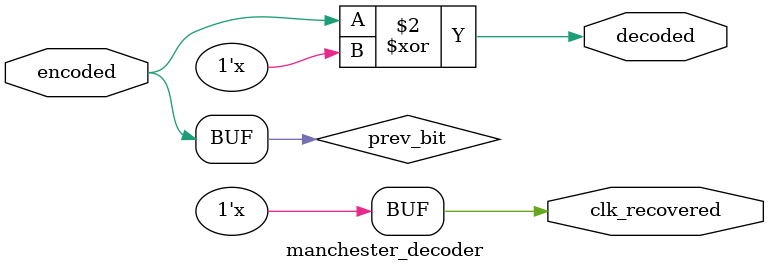
<source format=sv>
module manchester_decoder (
    input encoded,
    output reg decoded,
    output reg clk_recovered
);
    reg prev_bit;
    always @(*) begin
        decoded = (encoded ^ prev_bit);
        clk_recovered = (encoded != prev_bit);
        prev_bit = encoded;
    end
endmodule
</source>
